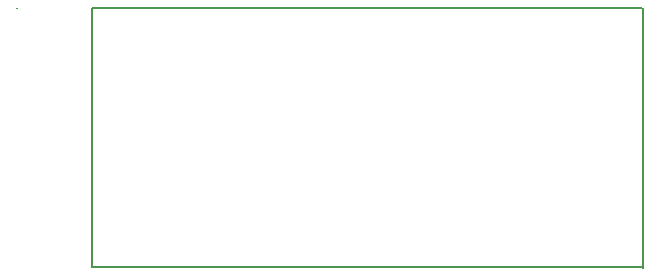
<source format=gbr>
G04 (created by PCBNEW (2013-05-31 BZR 4019)-stable) date 16/09/2013 19:50:50*
%MOIN*%
G04 Gerber Fmt 3.4, Leading zero omitted, Abs format*
%FSLAX34Y34*%
G01*
G70*
G90*
G04 APERTURE LIST*
%ADD10C,0.00590551*%
G04 APERTURE END LIST*
G54D10*
X44550Y-35300D02*
G75*
G03X44550Y-35300I0J0D01*
G74*
G01*
X44549Y-35300D02*
X44550Y-35300D01*
X44550Y-35299D02*
X44550Y-35300D01*
X44550Y-43950D02*
X62900Y-43950D01*
X44550Y-35300D02*
X62900Y-35300D01*
X44550Y-35300D02*
X44550Y-43950D01*
X62916Y-35300D02*
X62916Y-43961D01*
X42050Y-35300D02*
G75*
G03X42050Y-35300I0J0D01*
G74*
G01*
X42049Y-35300D02*
X42050Y-35300D01*
X42050Y-35299D02*
X42050Y-35300D01*
M02*

</source>
